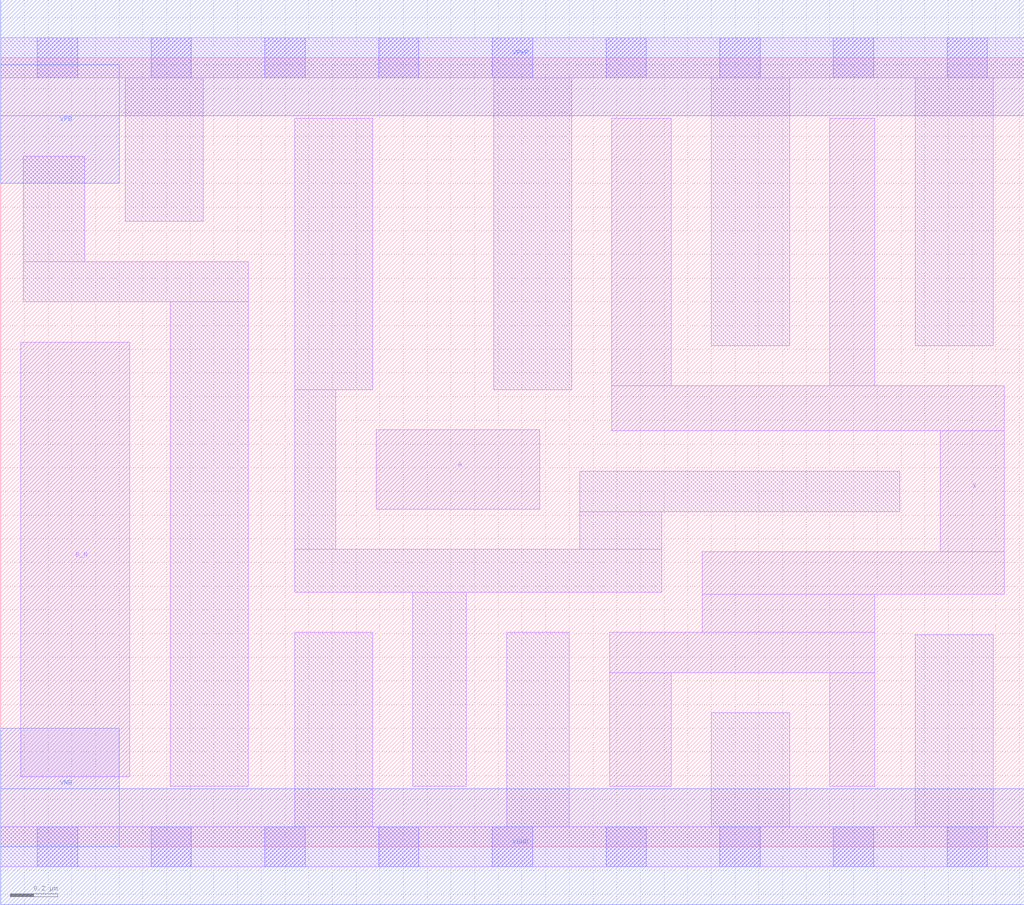
<source format=lef>
# Copyright 2020 The SkyWater PDK Authors
#
# Licensed under the Apache License, Version 2.0 (the "License");
# you may not use this file except in compliance with the License.
# You may obtain a copy of the License at
#
#     https://www.apache.org/licenses/LICENSE-2.0
#
# Unless required by applicable law or agreed to in writing, software
# distributed under the License is distributed on an "AS IS" BASIS,
# WITHOUT WARRANTIES OR CONDITIONS OF ANY KIND, either express or implied.
# See the License for the specific language governing permissions and
# limitations under the License.
#
# SPDX-License-Identifier: Apache-2.0

VERSION 5.5 ;
NAMESCASESENSITIVE ON ;
BUSBITCHARS "[]" ;
DIVIDERCHAR "/" ;
MACRO sky130_fd_sc_lp__or2b_4
  CLASS CORE ;
  SOURCE USER ;
  ORIGIN  0.000000  0.000000 ;
  SIZE  4.320000 BY  3.330000 ;
  SYMMETRY X Y R90 ;
  SITE unit ;
  PIN A
    ANTENNAGATEAREA  0.315000 ;
    DIRECTION INPUT ;
    USE SIGNAL ;
    PORT
      LAYER li1 ;
        RECT 1.585000 1.425000 2.275000 1.760000 ;
    END
  END A
  PIN B_N
    ANTENNAGATEAREA  0.126000 ;
    DIRECTION INPUT ;
    USE SIGNAL ;
    PORT
      LAYER li1 ;
        RECT 0.085000 0.295000 0.545000 2.130000 ;
    END
  END B_N
  PIN X
    ANTENNADIFFAREA  1.176000 ;
    DIRECTION OUTPUT ;
    USE SIGNAL ;
    PORT
      LAYER li1 ;
        RECT 2.570000 0.255000 2.830000 0.735000 ;
        RECT 2.570000 0.735000 3.690000 0.905000 ;
        RECT 2.580000 1.755000 4.235000 1.945000 ;
        RECT 2.580000 1.945000 2.830000 3.075000 ;
        RECT 2.960000 0.905000 3.690000 1.065000 ;
        RECT 2.960000 1.065000 4.235000 1.245000 ;
        RECT 3.500000 0.255000 3.690000 0.735000 ;
        RECT 3.500000 1.945000 3.690000 3.075000 ;
        RECT 3.965000 1.245000 4.235000 1.755000 ;
    END
  END X
  PIN VGND
    DIRECTION INOUT ;
    USE GROUND ;
    PORT
      LAYER met1 ;
        RECT 0.000000 -0.245000 4.320000 0.245000 ;
    END
  END VGND
  PIN VNB
    DIRECTION INOUT ;
    USE GROUND ;
    PORT
      LAYER met1 ;
        RECT 0.000000 0.000000 0.500000 0.500000 ;
    END
  END VNB
  PIN VPB
    DIRECTION INOUT ;
    USE POWER ;
    PORT
      LAYER met1 ;
        RECT 0.000000 2.800000 0.500000 3.300000 ;
    END
  END VPB
  PIN VPWR
    DIRECTION INOUT ;
    USE POWER ;
    PORT
      LAYER met1 ;
        RECT 0.000000 3.085000 4.320000 3.575000 ;
    END
  END VPWR
  OBS
    LAYER li1 ;
      RECT 0.000000 -0.085000 4.320000 0.085000 ;
      RECT 0.000000  3.245000 4.320000 3.415000 ;
      RECT 0.095000  2.300000 1.045000 2.470000 ;
      RECT 0.095000  2.470000 0.355000 2.915000 ;
      RECT 0.525000  2.640000 0.855000 3.245000 ;
      RECT 0.715000  0.255000 1.045000 2.300000 ;
      RECT 1.240000  0.085000 1.570000 0.905000 ;
      RECT 1.240000  1.075000 2.790000 1.255000 ;
      RECT 1.240000  1.255000 1.415000 1.930000 ;
      RECT 1.240000  1.930000 1.570000 3.075000 ;
      RECT 1.740000  0.255000 1.965000 1.075000 ;
      RECT 2.080000  1.930000 2.410000 3.245000 ;
      RECT 2.135000  0.085000 2.400000 0.905000 ;
      RECT 2.445000  1.255000 2.790000 1.415000 ;
      RECT 2.445000  1.415000 3.795000 1.585000 ;
      RECT 3.000000  0.085000 3.330000 0.565000 ;
      RECT 3.000000  2.115000 3.330000 3.245000 ;
      RECT 3.860000  0.085000 4.190000 0.895000 ;
      RECT 3.860000  2.115000 4.190000 3.245000 ;
    LAYER mcon ;
      RECT 0.155000 -0.085000 0.325000 0.085000 ;
      RECT 0.155000  3.245000 0.325000 3.415000 ;
      RECT 0.635000 -0.085000 0.805000 0.085000 ;
      RECT 0.635000  3.245000 0.805000 3.415000 ;
      RECT 1.115000 -0.085000 1.285000 0.085000 ;
      RECT 1.115000  3.245000 1.285000 3.415000 ;
      RECT 1.595000 -0.085000 1.765000 0.085000 ;
      RECT 1.595000  3.245000 1.765000 3.415000 ;
      RECT 2.075000 -0.085000 2.245000 0.085000 ;
      RECT 2.075000  3.245000 2.245000 3.415000 ;
      RECT 2.555000 -0.085000 2.725000 0.085000 ;
      RECT 2.555000  3.245000 2.725000 3.415000 ;
      RECT 3.035000 -0.085000 3.205000 0.085000 ;
      RECT 3.035000  3.245000 3.205000 3.415000 ;
      RECT 3.515000 -0.085000 3.685000 0.085000 ;
      RECT 3.515000  3.245000 3.685000 3.415000 ;
      RECT 3.995000 -0.085000 4.165000 0.085000 ;
      RECT 3.995000  3.245000 4.165000 3.415000 ;
  END
END sky130_fd_sc_lp__or2b_4

</source>
